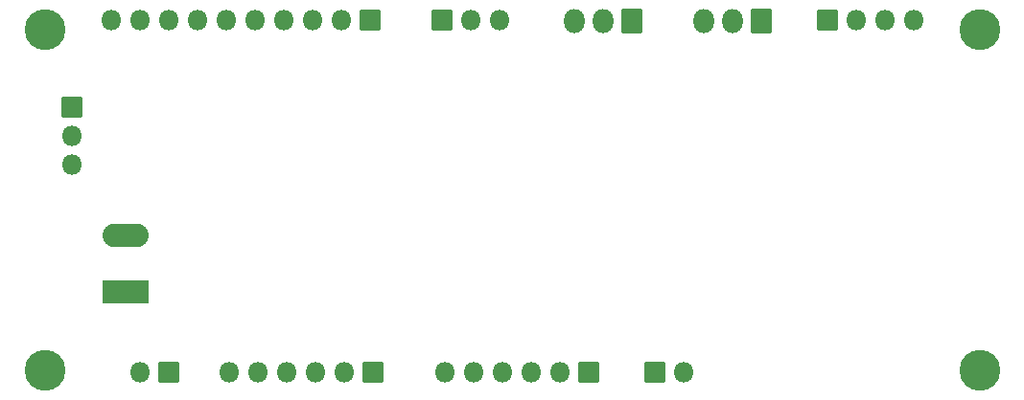
<source format=gbr>
%TF.GenerationSoftware,KiCad,Pcbnew,7.0.5*%
%TF.CreationDate,2023-07-07T02:12:31+07:00*%
%TF.ProjectId,snaaur_v1,736e6161-7572-45f7-9631-2e6b69636164,rev?*%
%TF.SameCoordinates,Original*%
%TF.FileFunction,Soldermask,Bot*%
%TF.FilePolarity,Negative*%
%FSLAX46Y46*%
G04 Gerber Fmt 4.6, Leading zero omitted, Abs format (unit mm)*
G04 Created by KiCad (PCBNEW 7.0.5) date 2023-07-07 02:12:31*
%MOMM*%
%LPD*%
G01*
G04 APERTURE LIST*
G04 Aperture macros list*
%AMRoundRect*
0 Rectangle with rounded corners*
0 $1 Rounding radius*
0 $2 $3 $4 $5 $6 $7 $8 $9 X,Y pos of 4 corners*
0 Add a 4 corners polygon primitive as box body*
4,1,4,$2,$3,$4,$5,$6,$7,$8,$9,$2,$3,0*
0 Add four circle primitives for the rounded corners*
1,1,$1+$1,$2,$3*
1,1,$1+$1,$4,$5*
1,1,$1+$1,$6,$7*
1,1,$1+$1,$8,$9*
0 Add four rect primitives between the rounded corners*
20,1,$1+$1,$2,$3,$4,$5,0*
20,1,$1+$1,$4,$5,$6,$7,0*
20,1,$1+$1,$6,$7,$8,$9,0*
20,1,$1+$1,$8,$9,$2,$3,0*%
G04 Aperture macros list end*
%ADD10C,3.601600*%
%ADD11RoundRect,0.050800X0.850000X-0.850000X0.850000X0.850000X-0.850000X0.850000X-0.850000X-0.850000X0*%
%ADD12O,1.801600X1.801600*%
%ADD13RoundRect,0.050800X1.980000X-0.990000X1.980000X0.990000X-1.980000X0.990000X-1.980000X-0.990000X0*%
%ADD14O,4.061600X2.081600*%
%ADD15RoundRect,0.050800X-0.850000X-0.850000X0.850000X-0.850000X0.850000X0.850000X-0.850000X0.850000X0*%
%ADD16RoundRect,0.050800X-0.865000X1.015000X-0.865000X-1.015000X0.865000X-1.015000X0.865000X1.015000X0*%
%ADD17O,1.831600X2.131600*%
%ADD18RoundRect,0.050800X-0.850000X0.850000X-0.850000X-0.850000X0.850000X-0.850000X0.850000X0.850000X0*%
G04 APERTURE END LIST*
D10*
%TO.C,H3*%
X107950000Y-89050000D03*
%TD*%
%TO.C,H2*%
X190500000Y-89050000D03*
%TD*%
D11*
%TO.C,J2*%
X177062500Y-58095000D03*
D12*
X179602500Y-58095000D03*
X182142500Y-58095000D03*
X184682500Y-58095000D03*
%TD*%
D13*
%TO.C,J1*%
X115102000Y-82133000D03*
D14*
X115102000Y-77133000D03*
%TD*%
D15*
%TO.C,J11*%
X110316000Y-65771000D03*
D12*
X110316000Y-68311000D03*
X110316000Y-70851000D03*
%TD*%
D10*
%TO.C,H1*%
X190500000Y-58925000D03*
%TD*%
D16*
%TO.C,J9*%
X171196000Y-58166000D03*
D17*
X168656000Y-58166000D03*
X166116000Y-58166000D03*
%TD*%
D18*
%TO.C,J5*%
X118917000Y-89274000D03*
D12*
X116377000Y-89274000D03*
%TD*%
D18*
%TO.C,J6*%
X136946000Y-89274000D03*
D12*
X134406000Y-89274000D03*
X131866000Y-89274000D03*
X129326000Y-89274000D03*
X126786000Y-89274000D03*
X124246000Y-89274000D03*
%TD*%
D11*
%TO.C,J3*%
X143031500Y-58095000D03*
D12*
X145571500Y-58095000D03*
X148111500Y-58095000D03*
%TD*%
D10*
%TO.C,H4*%
X107950000Y-58925000D03*
%TD*%
D18*
%TO.C,J4*%
X136666500Y-58095000D03*
D12*
X134126500Y-58095000D03*
X131586500Y-58095000D03*
X129046500Y-58095000D03*
X126506500Y-58095000D03*
X123966500Y-58095000D03*
X121426500Y-58095000D03*
X118886500Y-58095000D03*
X116346500Y-58095000D03*
X113806500Y-58095000D03*
%TD*%
D16*
%TO.C,J10*%
X159766000Y-58166000D03*
D17*
X157226000Y-58166000D03*
X154686000Y-58166000D03*
%TD*%
D11*
%TO.C,J7*%
X161833000Y-89274000D03*
D12*
X164373000Y-89274000D03*
%TD*%
D18*
%TO.C,J8*%
X155996000Y-89274000D03*
D12*
X153456000Y-89274000D03*
X150916000Y-89274000D03*
X148376000Y-89274000D03*
X145836000Y-89274000D03*
X143296000Y-89274000D03*
%TD*%
M02*

</source>
